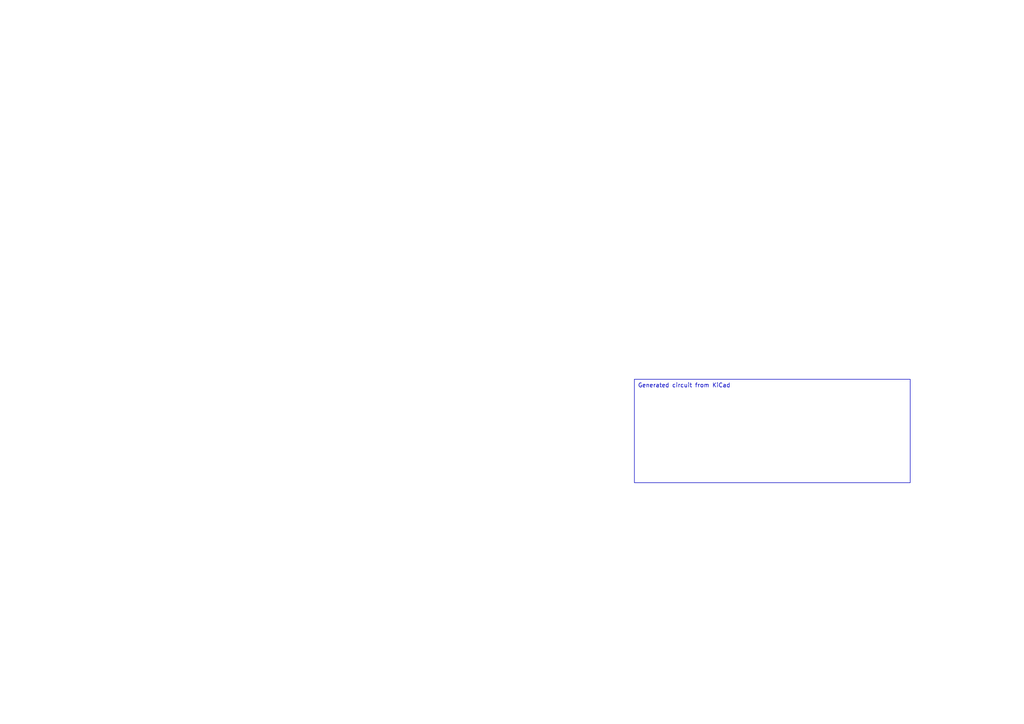
<source format=kicad_sch>
(kicad_sch
	(version 20250114)
	(generator "circuit_synth")
	(generator_version "0.8.36")
	(uuid "5992f39e-2b55-4a8c-a688-6a245b35086a")
	(paper "A4")
	(title_block
		(title "single_resistor_generated")
	)
	(lib_symbols)
	(text_box "Generated circuit from KiCad"
		(exclude_from_sim no)
		(at 184 110 0)
		(size 80 30)
		(margins 1 1 1 1)
		(stroke
			(width 0)
			(type solid)
		)
		(fill
			(type none)
		)
		(effects
			(font
				(size 1.2 1.2)
			)
			(justify left top)
		)
		(uuid "839d558c-5e42-4e49-9fe0-66525df3c8d7")
	)
	(sheet_instances
		(path "/"
			(page "1")
		)
	)
	(embedded_fonts no)
)

</source>
